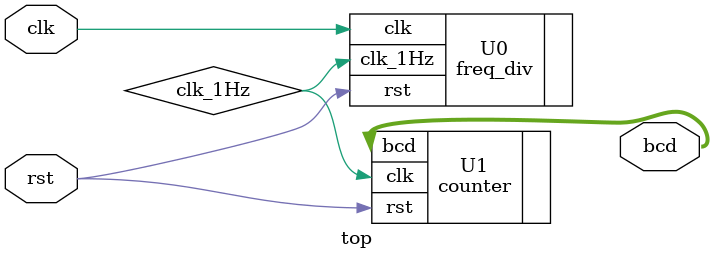
<source format=v>
`timescale 1ns / 1ps

module top(
    input clk,
    input rst,
    output [3:0] bcd
    );

wire clk_1Hz;

freq_div U0 (.clk(clk), .rst(rst), .clk_1Hz(clk_1Hz));
counter U1 (.clk(clk_1Hz), .rst(rst), .bcd(bcd));

endmodule

</source>
